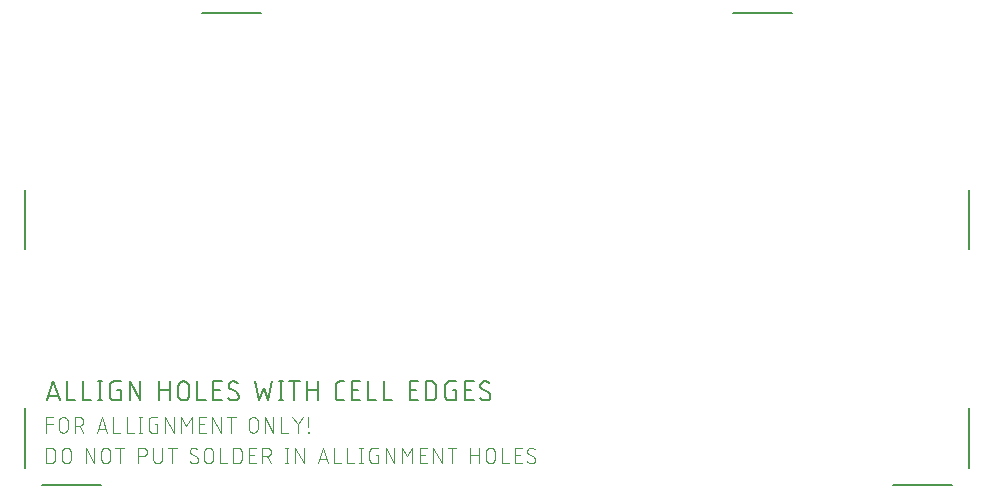
<source format=gto>
G75*
%MOIN*%
%OFA0B0*%
%FSLAX25Y25*%
%IPPOS*%
%LPD*%
%AMOC8*
5,1,8,0,0,1.08239X$1,22.5*
%
%ADD10C,0.00600*%
%ADD11C,0.00400*%
D10*
X0010906Y0028809D02*
X0030591Y0028809D01*
X0005000Y0034715D02*
X0005000Y0054400D01*
X0012387Y0057062D02*
X0014520Y0063462D01*
X0016653Y0057062D01*
X0016120Y0058662D02*
X0012920Y0058662D01*
X0019113Y0057062D02*
X0019113Y0063462D01*
X0024447Y0063462D02*
X0024447Y0057062D01*
X0027291Y0057062D01*
X0029399Y0057062D02*
X0030821Y0057062D01*
X0030110Y0057062D02*
X0030110Y0063462D01*
X0029399Y0063462D02*
X0030821Y0063462D01*
X0033461Y0062040D02*
X0033461Y0058484D01*
X0033463Y0058410D01*
X0033469Y0058335D01*
X0033479Y0058262D01*
X0033492Y0058188D01*
X0033509Y0058116D01*
X0033531Y0058045D01*
X0033555Y0057974D01*
X0033584Y0057906D01*
X0033616Y0057838D01*
X0033652Y0057773D01*
X0033690Y0057710D01*
X0033733Y0057648D01*
X0033778Y0057589D01*
X0033826Y0057532D01*
X0033877Y0057478D01*
X0033931Y0057427D01*
X0033988Y0057379D01*
X0034047Y0057334D01*
X0034109Y0057291D01*
X0034172Y0057253D01*
X0034237Y0057217D01*
X0034305Y0057185D01*
X0034373Y0057156D01*
X0034444Y0057132D01*
X0034515Y0057110D01*
X0034587Y0057093D01*
X0034661Y0057080D01*
X0034734Y0057070D01*
X0034809Y0057064D01*
X0034883Y0057062D01*
X0037016Y0057062D01*
X0037016Y0060617D01*
X0035950Y0060617D01*
X0033461Y0062040D02*
X0033463Y0062114D01*
X0033469Y0062189D01*
X0033479Y0062262D01*
X0033492Y0062336D01*
X0033509Y0062408D01*
X0033531Y0062479D01*
X0033555Y0062550D01*
X0033584Y0062618D01*
X0033616Y0062686D01*
X0033652Y0062751D01*
X0033690Y0062814D01*
X0033733Y0062876D01*
X0033778Y0062935D01*
X0033826Y0062991D01*
X0033877Y0063046D01*
X0033931Y0063097D01*
X0033988Y0063145D01*
X0034047Y0063190D01*
X0034109Y0063233D01*
X0034172Y0063271D01*
X0034237Y0063307D01*
X0034305Y0063339D01*
X0034373Y0063368D01*
X0034444Y0063392D01*
X0034515Y0063414D01*
X0034587Y0063431D01*
X0034661Y0063444D01*
X0034734Y0063454D01*
X0034809Y0063460D01*
X0034883Y0063462D01*
X0037016Y0063462D01*
X0040025Y0063462D02*
X0043581Y0057062D01*
X0043581Y0063462D01*
X0040025Y0063462D02*
X0040025Y0057062D01*
X0049871Y0057062D02*
X0049871Y0063462D01*
X0049871Y0060617D02*
X0053427Y0060617D01*
X0053427Y0063462D02*
X0053427Y0057062D01*
X0056231Y0058840D02*
X0056231Y0061684D01*
X0056230Y0061684D02*
X0056232Y0061767D01*
X0056238Y0061850D01*
X0056248Y0061933D01*
X0056261Y0062016D01*
X0056279Y0062097D01*
X0056300Y0062178D01*
X0056325Y0062257D01*
X0056354Y0062335D01*
X0056386Y0062412D01*
X0056422Y0062487D01*
X0056461Y0062561D01*
X0056504Y0062632D01*
X0056550Y0062702D01*
X0056600Y0062769D01*
X0056652Y0062834D01*
X0056707Y0062896D01*
X0056766Y0062956D01*
X0056827Y0063013D01*
X0056890Y0063067D01*
X0056956Y0063118D01*
X0057025Y0063165D01*
X0057095Y0063210D01*
X0057168Y0063251D01*
X0057242Y0063288D01*
X0057318Y0063323D01*
X0057396Y0063353D01*
X0057474Y0063380D01*
X0057555Y0063403D01*
X0057636Y0063423D01*
X0057718Y0063438D01*
X0057800Y0063450D01*
X0057883Y0063458D01*
X0057966Y0063462D01*
X0058050Y0063462D01*
X0058133Y0063458D01*
X0058216Y0063450D01*
X0058298Y0063438D01*
X0058380Y0063423D01*
X0058461Y0063403D01*
X0058542Y0063380D01*
X0058620Y0063353D01*
X0058698Y0063323D01*
X0058774Y0063288D01*
X0058848Y0063251D01*
X0058921Y0063210D01*
X0058991Y0063165D01*
X0059060Y0063118D01*
X0059126Y0063067D01*
X0059189Y0063013D01*
X0059250Y0062956D01*
X0059309Y0062896D01*
X0059364Y0062834D01*
X0059416Y0062769D01*
X0059466Y0062702D01*
X0059512Y0062632D01*
X0059555Y0062561D01*
X0059594Y0062487D01*
X0059630Y0062412D01*
X0059662Y0062335D01*
X0059691Y0062257D01*
X0059716Y0062178D01*
X0059737Y0062097D01*
X0059755Y0062016D01*
X0059768Y0061933D01*
X0059778Y0061850D01*
X0059784Y0061767D01*
X0059786Y0061684D01*
X0059786Y0058840D01*
X0059784Y0058757D01*
X0059778Y0058674D01*
X0059768Y0058591D01*
X0059755Y0058508D01*
X0059737Y0058427D01*
X0059716Y0058346D01*
X0059691Y0058267D01*
X0059662Y0058189D01*
X0059630Y0058112D01*
X0059594Y0058037D01*
X0059555Y0057963D01*
X0059512Y0057892D01*
X0059466Y0057822D01*
X0059416Y0057755D01*
X0059364Y0057690D01*
X0059309Y0057628D01*
X0059250Y0057568D01*
X0059189Y0057511D01*
X0059126Y0057457D01*
X0059060Y0057406D01*
X0058991Y0057359D01*
X0058921Y0057314D01*
X0058848Y0057273D01*
X0058774Y0057236D01*
X0058698Y0057201D01*
X0058620Y0057171D01*
X0058542Y0057144D01*
X0058461Y0057121D01*
X0058380Y0057101D01*
X0058298Y0057086D01*
X0058216Y0057074D01*
X0058133Y0057066D01*
X0058050Y0057062D01*
X0057966Y0057062D01*
X0057883Y0057066D01*
X0057800Y0057074D01*
X0057718Y0057086D01*
X0057636Y0057101D01*
X0057555Y0057121D01*
X0057474Y0057144D01*
X0057396Y0057171D01*
X0057318Y0057201D01*
X0057242Y0057236D01*
X0057168Y0057273D01*
X0057095Y0057314D01*
X0057025Y0057359D01*
X0056956Y0057406D01*
X0056890Y0057457D01*
X0056827Y0057511D01*
X0056766Y0057568D01*
X0056707Y0057628D01*
X0056652Y0057690D01*
X0056600Y0057755D01*
X0056550Y0057822D01*
X0056504Y0057892D01*
X0056461Y0057963D01*
X0056422Y0058037D01*
X0056386Y0058112D01*
X0056354Y0058189D01*
X0056325Y0058267D01*
X0056300Y0058346D01*
X0056279Y0058427D01*
X0056261Y0058508D01*
X0056248Y0058591D01*
X0056238Y0058674D01*
X0056232Y0058757D01*
X0056230Y0058840D01*
X0062602Y0057062D02*
X0062602Y0063462D01*
X0067935Y0063462D02*
X0070779Y0063462D01*
X0067935Y0063462D02*
X0067935Y0057062D01*
X0070779Y0057062D01*
X0065446Y0057062D02*
X0062602Y0057062D01*
X0067935Y0060617D02*
X0070068Y0060617D01*
X0073735Y0060795D02*
X0075691Y0059728D01*
X0074980Y0057062D02*
X0074872Y0057064D01*
X0074765Y0057070D01*
X0074657Y0057079D01*
X0074550Y0057093D01*
X0074444Y0057110D01*
X0074338Y0057131D01*
X0074233Y0057156D01*
X0074129Y0057185D01*
X0074026Y0057217D01*
X0073925Y0057253D01*
X0073825Y0057293D01*
X0073726Y0057336D01*
X0073629Y0057383D01*
X0073533Y0057433D01*
X0073440Y0057487D01*
X0073348Y0057544D01*
X0073259Y0057604D01*
X0073172Y0057667D01*
X0073087Y0057734D01*
X0073004Y0057803D01*
X0072924Y0057876D01*
X0072847Y0057951D01*
X0075691Y0059728D02*
X0075755Y0059688D01*
X0075816Y0059645D01*
X0075875Y0059599D01*
X0075932Y0059550D01*
X0075986Y0059498D01*
X0076037Y0059444D01*
X0076085Y0059386D01*
X0076131Y0059327D01*
X0076173Y0059265D01*
X0076212Y0059200D01*
X0076247Y0059134D01*
X0076279Y0059067D01*
X0076308Y0058997D01*
X0076333Y0058927D01*
X0076354Y0058855D01*
X0076371Y0058782D01*
X0076385Y0058708D01*
X0076394Y0058634D01*
X0076400Y0058559D01*
X0076402Y0058484D01*
X0076400Y0058410D01*
X0076394Y0058335D01*
X0076384Y0058262D01*
X0076371Y0058188D01*
X0076354Y0058116D01*
X0076332Y0058045D01*
X0076308Y0057974D01*
X0076279Y0057906D01*
X0076247Y0057838D01*
X0076211Y0057773D01*
X0076173Y0057710D01*
X0076130Y0057648D01*
X0076085Y0057589D01*
X0076037Y0057532D01*
X0075986Y0057478D01*
X0075932Y0057427D01*
X0075875Y0057379D01*
X0075816Y0057334D01*
X0075754Y0057291D01*
X0075691Y0057253D01*
X0075626Y0057217D01*
X0075558Y0057185D01*
X0075490Y0057156D01*
X0075419Y0057132D01*
X0075348Y0057110D01*
X0075276Y0057093D01*
X0075202Y0057080D01*
X0075129Y0057070D01*
X0075054Y0057064D01*
X0074980Y0057062D01*
X0076046Y0062929D02*
X0075964Y0062988D01*
X0075880Y0063044D01*
X0075794Y0063096D01*
X0075706Y0063146D01*
X0075616Y0063192D01*
X0075525Y0063234D01*
X0075432Y0063273D01*
X0075337Y0063309D01*
X0075241Y0063341D01*
X0075144Y0063369D01*
X0075047Y0063394D01*
X0074948Y0063414D01*
X0074848Y0063431D01*
X0074748Y0063445D01*
X0074648Y0063454D01*
X0074547Y0063460D01*
X0074446Y0063462D01*
X0074372Y0063460D01*
X0074297Y0063454D01*
X0074224Y0063444D01*
X0074150Y0063431D01*
X0074078Y0063414D01*
X0074007Y0063392D01*
X0073936Y0063368D01*
X0073868Y0063339D01*
X0073800Y0063307D01*
X0073735Y0063271D01*
X0073672Y0063233D01*
X0073610Y0063190D01*
X0073551Y0063145D01*
X0073495Y0063097D01*
X0073440Y0063046D01*
X0073389Y0062992D01*
X0073341Y0062935D01*
X0073296Y0062876D01*
X0073253Y0062814D01*
X0073215Y0062751D01*
X0073179Y0062686D01*
X0073147Y0062618D01*
X0073118Y0062550D01*
X0073094Y0062479D01*
X0073072Y0062408D01*
X0073055Y0062336D01*
X0073042Y0062262D01*
X0073032Y0062189D01*
X0073026Y0062114D01*
X0073024Y0062040D01*
X0073025Y0062040D02*
X0073027Y0061965D01*
X0073033Y0061890D01*
X0073042Y0061816D01*
X0073056Y0061742D01*
X0073073Y0061669D01*
X0073094Y0061597D01*
X0073119Y0061527D01*
X0073148Y0061457D01*
X0073180Y0061390D01*
X0073215Y0061324D01*
X0073254Y0061259D01*
X0073296Y0061197D01*
X0073342Y0061138D01*
X0073390Y0061080D01*
X0073441Y0061026D01*
X0073495Y0060974D01*
X0073552Y0060925D01*
X0073611Y0060879D01*
X0073672Y0060836D01*
X0073736Y0060796D01*
X0081831Y0063462D02*
X0083254Y0057062D01*
X0084676Y0061328D01*
X0086098Y0057062D01*
X0087520Y0063462D01*
X0089708Y0063462D02*
X0091131Y0063462D01*
X0090420Y0063462D02*
X0090420Y0057062D01*
X0091131Y0057062D02*
X0089708Y0057062D01*
X0094933Y0057062D02*
X0094933Y0063462D01*
X0096710Y0063462D02*
X0093155Y0063462D01*
X0099104Y0063462D02*
X0099104Y0057062D01*
X0102659Y0057062D02*
X0102659Y0063462D01*
X0102659Y0060617D02*
X0099104Y0060617D01*
X0108729Y0062040D02*
X0108729Y0058484D01*
X0108730Y0058484D02*
X0108732Y0058410D01*
X0108738Y0058335D01*
X0108748Y0058262D01*
X0108761Y0058188D01*
X0108778Y0058116D01*
X0108800Y0058045D01*
X0108824Y0057974D01*
X0108853Y0057906D01*
X0108885Y0057838D01*
X0108921Y0057773D01*
X0108959Y0057710D01*
X0109002Y0057648D01*
X0109047Y0057589D01*
X0109095Y0057532D01*
X0109146Y0057478D01*
X0109200Y0057427D01*
X0109257Y0057379D01*
X0109316Y0057334D01*
X0109378Y0057291D01*
X0109441Y0057253D01*
X0109506Y0057217D01*
X0109574Y0057185D01*
X0109642Y0057156D01*
X0109713Y0057132D01*
X0109784Y0057110D01*
X0109856Y0057093D01*
X0109930Y0057080D01*
X0110003Y0057070D01*
X0110078Y0057064D01*
X0110152Y0057062D01*
X0111574Y0057062D01*
X0114090Y0057062D02*
X0114090Y0063462D01*
X0116935Y0063462D01*
X0119424Y0063462D02*
X0119424Y0057062D01*
X0122268Y0057062D01*
X0124757Y0057062D02*
X0127602Y0057062D01*
X0124757Y0057062D02*
X0124757Y0063462D01*
X0133373Y0063462D02*
X0133373Y0057062D01*
X0136217Y0057062D01*
X0138695Y0057062D02*
X0140472Y0057062D01*
X0138695Y0057062D02*
X0138695Y0063462D01*
X0140472Y0063462D01*
X0140554Y0063460D01*
X0140636Y0063454D01*
X0140718Y0063445D01*
X0140799Y0063432D01*
X0140879Y0063415D01*
X0140959Y0063394D01*
X0141037Y0063370D01*
X0141114Y0063342D01*
X0141190Y0063311D01*
X0141265Y0063276D01*
X0141337Y0063237D01*
X0141408Y0063196D01*
X0141477Y0063151D01*
X0141543Y0063103D01*
X0141608Y0063052D01*
X0141670Y0062998D01*
X0141729Y0062941D01*
X0141786Y0062882D01*
X0141840Y0062820D01*
X0141891Y0062755D01*
X0141939Y0062689D01*
X0141984Y0062620D01*
X0142025Y0062549D01*
X0142064Y0062477D01*
X0142099Y0062402D01*
X0142130Y0062326D01*
X0142158Y0062249D01*
X0142182Y0062171D01*
X0142203Y0062091D01*
X0142220Y0062011D01*
X0142233Y0061930D01*
X0142242Y0061848D01*
X0142248Y0061766D01*
X0142250Y0061684D01*
X0142250Y0058840D01*
X0142248Y0058758D01*
X0142242Y0058676D01*
X0142233Y0058594D01*
X0142220Y0058513D01*
X0142203Y0058433D01*
X0142182Y0058353D01*
X0142158Y0058275D01*
X0142130Y0058198D01*
X0142099Y0058122D01*
X0142064Y0058047D01*
X0142025Y0057975D01*
X0141984Y0057904D01*
X0141939Y0057835D01*
X0141891Y0057769D01*
X0141840Y0057704D01*
X0141786Y0057642D01*
X0141729Y0057583D01*
X0141670Y0057526D01*
X0141608Y0057472D01*
X0141543Y0057421D01*
X0141477Y0057373D01*
X0141408Y0057328D01*
X0141337Y0057287D01*
X0141265Y0057248D01*
X0141190Y0057213D01*
X0141114Y0057182D01*
X0141037Y0057154D01*
X0140959Y0057130D01*
X0140879Y0057109D01*
X0140799Y0057092D01*
X0140718Y0057079D01*
X0140636Y0057070D01*
X0140554Y0057064D01*
X0140472Y0057062D01*
X0145259Y0058484D02*
X0145259Y0062040D01*
X0145261Y0062114D01*
X0145267Y0062189D01*
X0145277Y0062262D01*
X0145290Y0062336D01*
X0145307Y0062408D01*
X0145329Y0062479D01*
X0145353Y0062550D01*
X0145382Y0062618D01*
X0145414Y0062686D01*
X0145450Y0062751D01*
X0145488Y0062814D01*
X0145531Y0062876D01*
X0145576Y0062935D01*
X0145624Y0062991D01*
X0145675Y0063046D01*
X0145729Y0063097D01*
X0145786Y0063145D01*
X0145845Y0063190D01*
X0145907Y0063233D01*
X0145970Y0063271D01*
X0146035Y0063307D01*
X0146103Y0063339D01*
X0146171Y0063368D01*
X0146242Y0063392D01*
X0146313Y0063414D01*
X0146385Y0063431D01*
X0146459Y0063444D01*
X0146532Y0063454D01*
X0146607Y0063460D01*
X0146681Y0063462D01*
X0148814Y0063462D01*
X0148814Y0060617D02*
X0148814Y0057062D01*
X0146681Y0057062D01*
X0146607Y0057064D01*
X0146532Y0057070D01*
X0146459Y0057080D01*
X0146385Y0057093D01*
X0146313Y0057110D01*
X0146242Y0057132D01*
X0146171Y0057156D01*
X0146103Y0057185D01*
X0146035Y0057217D01*
X0145970Y0057253D01*
X0145907Y0057291D01*
X0145845Y0057334D01*
X0145786Y0057379D01*
X0145729Y0057427D01*
X0145675Y0057478D01*
X0145624Y0057532D01*
X0145576Y0057589D01*
X0145531Y0057648D01*
X0145488Y0057710D01*
X0145450Y0057773D01*
X0145414Y0057838D01*
X0145382Y0057906D01*
X0145353Y0057974D01*
X0145329Y0058045D01*
X0145307Y0058116D01*
X0145290Y0058188D01*
X0145277Y0058262D01*
X0145267Y0058335D01*
X0145261Y0058410D01*
X0145259Y0058484D01*
X0147748Y0060617D02*
X0148814Y0060617D01*
X0151835Y0060617D02*
X0153968Y0060617D01*
X0154679Y0063462D02*
X0151835Y0063462D01*
X0151835Y0057062D01*
X0154679Y0057062D01*
X0159591Y0059728D02*
X0159655Y0059688D01*
X0159716Y0059645D01*
X0159775Y0059599D01*
X0159832Y0059550D01*
X0159886Y0059498D01*
X0159937Y0059444D01*
X0159985Y0059386D01*
X0160031Y0059327D01*
X0160073Y0059265D01*
X0160112Y0059200D01*
X0160147Y0059134D01*
X0160179Y0059067D01*
X0160208Y0058997D01*
X0160233Y0058927D01*
X0160254Y0058855D01*
X0160271Y0058782D01*
X0160285Y0058708D01*
X0160294Y0058634D01*
X0160300Y0058559D01*
X0160302Y0058484D01*
X0160300Y0058410D01*
X0160294Y0058335D01*
X0160284Y0058262D01*
X0160271Y0058188D01*
X0160254Y0058116D01*
X0160232Y0058045D01*
X0160208Y0057974D01*
X0160179Y0057906D01*
X0160147Y0057838D01*
X0160111Y0057773D01*
X0160073Y0057710D01*
X0160030Y0057648D01*
X0159985Y0057589D01*
X0159937Y0057532D01*
X0159886Y0057478D01*
X0159832Y0057427D01*
X0159775Y0057379D01*
X0159716Y0057334D01*
X0159654Y0057291D01*
X0159591Y0057253D01*
X0159526Y0057217D01*
X0159458Y0057185D01*
X0159390Y0057156D01*
X0159319Y0057132D01*
X0159248Y0057110D01*
X0159176Y0057093D01*
X0159102Y0057080D01*
X0159029Y0057070D01*
X0158954Y0057064D01*
X0158880Y0057062D01*
X0159591Y0059728D02*
X0157635Y0060795D01*
X0158346Y0063462D02*
X0158447Y0063460D01*
X0158548Y0063454D01*
X0158648Y0063445D01*
X0158748Y0063431D01*
X0158848Y0063414D01*
X0158947Y0063394D01*
X0159044Y0063369D01*
X0159141Y0063341D01*
X0159237Y0063309D01*
X0159332Y0063273D01*
X0159425Y0063234D01*
X0159516Y0063192D01*
X0159606Y0063146D01*
X0159694Y0063096D01*
X0159780Y0063044D01*
X0159864Y0062988D01*
X0159946Y0062929D01*
X0157636Y0060796D02*
X0157572Y0060836D01*
X0157511Y0060879D01*
X0157452Y0060925D01*
X0157395Y0060974D01*
X0157341Y0061026D01*
X0157290Y0061080D01*
X0157242Y0061138D01*
X0157196Y0061197D01*
X0157154Y0061259D01*
X0157115Y0061324D01*
X0157080Y0061390D01*
X0157048Y0061457D01*
X0157019Y0061527D01*
X0156994Y0061597D01*
X0156973Y0061669D01*
X0156956Y0061742D01*
X0156942Y0061816D01*
X0156933Y0061890D01*
X0156927Y0061965D01*
X0156925Y0062040D01*
X0156924Y0062040D02*
X0156926Y0062114D01*
X0156932Y0062189D01*
X0156942Y0062262D01*
X0156955Y0062336D01*
X0156972Y0062408D01*
X0156994Y0062479D01*
X0157018Y0062550D01*
X0157047Y0062618D01*
X0157079Y0062686D01*
X0157115Y0062751D01*
X0157153Y0062814D01*
X0157196Y0062876D01*
X0157241Y0062935D01*
X0157289Y0062992D01*
X0157340Y0063046D01*
X0157395Y0063097D01*
X0157451Y0063145D01*
X0157510Y0063190D01*
X0157572Y0063233D01*
X0157635Y0063271D01*
X0157700Y0063307D01*
X0157768Y0063339D01*
X0157836Y0063368D01*
X0157907Y0063392D01*
X0157978Y0063414D01*
X0158050Y0063431D01*
X0158124Y0063444D01*
X0158197Y0063454D01*
X0158272Y0063460D01*
X0158346Y0063462D01*
X0156747Y0057951D02*
X0156824Y0057876D01*
X0156904Y0057803D01*
X0156987Y0057734D01*
X0157072Y0057667D01*
X0157159Y0057604D01*
X0157248Y0057544D01*
X0157340Y0057487D01*
X0157433Y0057433D01*
X0157529Y0057383D01*
X0157626Y0057336D01*
X0157725Y0057293D01*
X0157825Y0057253D01*
X0157926Y0057217D01*
X0158029Y0057185D01*
X0158133Y0057156D01*
X0158238Y0057131D01*
X0158344Y0057110D01*
X0158450Y0057093D01*
X0158557Y0057079D01*
X0158665Y0057070D01*
X0158772Y0057064D01*
X0158880Y0057062D01*
X0136217Y0063462D02*
X0133373Y0063462D01*
X0133373Y0060617D02*
X0135506Y0060617D01*
X0116935Y0057062D02*
X0114090Y0057062D01*
X0114090Y0060617D02*
X0116224Y0060617D01*
X0111574Y0063462D02*
X0110152Y0063462D01*
X0110078Y0063460D01*
X0110003Y0063454D01*
X0109930Y0063444D01*
X0109856Y0063431D01*
X0109784Y0063414D01*
X0109713Y0063392D01*
X0109642Y0063368D01*
X0109574Y0063339D01*
X0109506Y0063307D01*
X0109441Y0063271D01*
X0109378Y0063233D01*
X0109316Y0063190D01*
X0109257Y0063145D01*
X0109200Y0063097D01*
X0109146Y0063046D01*
X0109095Y0062991D01*
X0109047Y0062935D01*
X0109002Y0062876D01*
X0108959Y0062814D01*
X0108921Y0062751D01*
X0108885Y0062686D01*
X0108853Y0062618D01*
X0108824Y0062550D01*
X0108800Y0062479D01*
X0108778Y0062408D01*
X0108761Y0062336D01*
X0108748Y0062262D01*
X0108738Y0062189D01*
X0108732Y0062114D01*
X0108730Y0062040D01*
X0021958Y0057062D02*
X0019113Y0057062D01*
X0005000Y0107549D02*
X0005000Y0127234D01*
X0064055Y0186289D02*
X0083740Y0186289D01*
X0241220Y0186289D02*
X0260906Y0186289D01*
X0319961Y0127234D02*
X0319961Y0107549D01*
X0319961Y0054400D02*
X0319961Y0034715D01*
X0314055Y0028809D02*
X0294370Y0028809D01*
D11*
X0174701Y0038262D02*
X0173113Y0039129D01*
X0173690Y0041296D02*
X0173777Y0041294D01*
X0173864Y0041289D01*
X0173951Y0041280D01*
X0174037Y0041268D01*
X0174123Y0041252D01*
X0174208Y0041233D01*
X0174292Y0041211D01*
X0174375Y0041185D01*
X0174457Y0041156D01*
X0174538Y0041123D01*
X0174618Y0041087D01*
X0174696Y0041048D01*
X0174772Y0041006D01*
X0174847Y0040961D01*
X0174919Y0040913D01*
X0174990Y0040863D01*
X0173112Y0039129D02*
X0173055Y0039165D01*
X0172999Y0039204D01*
X0172947Y0039246D01*
X0172896Y0039292D01*
X0172849Y0039340D01*
X0172804Y0039391D01*
X0172763Y0039444D01*
X0172724Y0039500D01*
X0172689Y0039558D01*
X0172657Y0039617D01*
X0172628Y0039679D01*
X0172604Y0039742D01*
X0172582Y0039806D01*
X0172565Y0039872D01*
X0172552Y0039938D01*
X0172542Y0040005D01*
X0172536Y0040072D01*
X0172534Y0040140D01*
X0172536Y0040207D01*
X0172542Y0040274D01*
X0172552Y0040341D01*
X0172565Y0040407D01*
X0172583Y0040472D01*
X0172604Y0040535D01*
X0172629Y0040598D01*
X0172657Y0040659D01*
X0172689Y0040718D01*
X0172724Y0040775D01*
X0172763Y0040830D01*
X0172804Y0040883D01*
X0172849Y0040933D01*
X0172897Y0040981D01*
X0172947Y0041026D01*
X0173000Y0041067D01*
X0173055Y0041106D01*
X0173112Y0041141D01*
X0173171Y0041173D01*
X0173232Y0041201D01*
X0173295Y0041226D01*
X0173358Y0041247D01*
X0173423Y0041265D01*
X0173489Y0041278D01*
X0173556Y0041288D01*
X0173623Y0041294D01*
X0173690Y0041296D01*
X0170679Y0041296D02*
X0168368Y0041296D01*
X0168368Y0036096D01*
X0170679Y0036096D01*
X0174702Y0038262D02*
X0174759Y0038226D01*
X0174815Y0038187D01*
X0174867Y0038145D01*
X0174918Y0038099D01*
X0174965Y0038051D01*
X0175010Y0038000D01*
X0175051Y0037947D01*
X0175090Y0037891D01*
X0175125Y0037833D01*
X0175157Y0037774D01*
X0175186Y0037712D01*
X0175210Y0037649D01*
X0175232Y0037585D01*
X0175249Y0037519D01*
X0175262Y0037453D01*
X0175272Y0037386D01*
X0175278Y0037319D01*
X0175280Y0037251D01*
X0175278Y0037184D01*
X0175272Y0037117D01*
X0175262Y0037050D01*
X0175249Y0036984D01*
X0175231Y0036919D01*
X0175210Y0036856D01*
X0175185Y0036793D01*
X0175157Y0036732D01*
X0175125Y0036673D01*
X0175090Y0036616D01*
X0175051Y0036561D01*
X0175010Y0036508D01*
X0174965Y0036458D01*
X0174917Y0036410D01*
X0174867Y0036365D01*
X0174814Y0036324D01*
X0174759Y0036285D01*
X0174702Y0036250D01*
X0174643Y0036218D01*
X0174582Y0036190D01*
X0174519Y0036165D01*
X0174456Y0036144D01*
X0174391Y0036126D01*
X0174325Y0036113D01*
X0174258Y0036103D01*
X0174191Y0036097D01*
X0174124Y0036095D01*
X0174124Y0036096D02*
X0174028Y0036098D01*
X0173931Y0036104D01*
X0173836Y0036113D01*
X0173740Y0036126D01*
X0173645Y0036143D01*
X0173551Y0036164D01*
X0173458Y0036189D01*
X0173366Y0036217D01*
X0173275Y0036248D01*
X0173185Y0036284D01*
X0173097Y0036323D01*
X0173010Y0036365D01*
X0172925Y0036410D01*
X0172842Y0036459D01*
X0172761Y0036512D01*
X0172683Y0036567D01*
X0172606Y0036625D01*
X0172532Y0036687D01*
X0172460Y0036751D01*
X0172391Y0036818D01*
X0170101Y0038985D02*
X0168368Y0038985D01*
X0164000Y0041296D02*
X0164000Y0036096D01*
X0166311Y0036096D01*
X0161671Y0037540D02*
X0161671Y0039851D01*
X0161669Y0039927D01*
X0161663Y0040002D01*
X0161653Y0040077D01*
X0161639Y0040151D01*
X0161622Y0040225D01*
X0161600Y0040297D01*
X0161575Y0040368D01*
X0161546Y0040438D01*
X0161514Y0040507D01*
X0161478Y0040573D01*
X0161438Y0040637D01*
X0161395Y0040700D01*
X0161349Y0040760D01*
X0161300Y0040817D01*
X0161248Y0040872D01*
X0161193Y0040924D01*
X0161136Y0040973D01*
X0161076Y0041019D01*
X0161013Y0041062D01*
X0160949Y0041102D01*
X0160883Y0041138D01*
X0160814Y0041170D01*
X0160744Y0041199D01*
X0160673Y0041224D01*
X0160601Y0041246D01*
X0160527Y0041263D01*
X0160453Y0041277D01*
X0160378Y0041287D01*
X0160303Y0041293D01*
X0160227Y0041295D01*
X0160151Y0041293D01*
X0160076Y0041287D01*
X0160001Y0041277D01*
X0159927Y0041263D01*
X0159853Y0041246D01*
X0159781Y0041224D01*
X0159710Y0041199D01*
X0159640Y0041170D01*
X0159571Y0041138D01*
X0159505Y0041102D01*
X0159441Y0041062D01*
X0159378Y0041019D01*
X0159318Y0040973D01*
X0159261Y0040924D01*
X0159206Y0040872D01*
X0159154Y0040817D01*
X0159105Y0040760D01*
X0159059Y0040700D01*
X0159016Y0040637D01*
X0158976Y0040573D01*
X0158940Y0040507D01*
X0158908Y0040438D01*
X0158879Y0040368D01*
X0158854Y0040297D01*
X0158832Y0040225D01*
X0158815Y0040151D01*
X0158801Y0040077D01*
X0158791Y0040002D01*
X0158785Y0039927D01*
X0158783Y0039851D01*
X0158782Y0039851D02*
X0158782Y0037540D01*
X0158783Y0037540D02*
X0158785Y0037464D01*
X0158791Y0037389D01*
X0158801Y0037314D01*
X0158815Y0037240D01*
X0158832Y0037166D01*
X0158854Y0037094D01*
X0158879Y0037023D01*
X0158908Y0036953D01*
X0158940Y0036884D01*
X0158976Y0036818D01*
X0159016Y0036754D01*
X0159059Y0036691D01*
X0159105Y0036631D01*
X0159154Y0036574D01*
X0159206Y0036519D01*
X0159261Y0036467D01*
X0159318Y0036418D01*
X0159378Y0036372D01*
X0159441Y0036329D01*
X0159505Y0036289D01*
X0159571Y0036253D01*
X0159640Y0036221D01*
X0159710Y0036192D01*
X0159781Y0036167D01*
X0159853Y0036145D01*
X0159927Y0036128D01*
X0160001Y0036114D01*
X0160076Y0036104D01*
X0160151Y0036098D01*
X0160227Y0036096D01*
X0160303Y0036098D01*
X0160378Y0036104D01*
X0160453Y0036114D01*
X0160527Y0036128D01*
X0160601Y0036145D01*
X0160673Y0036167D01*
X0160744Y0036192D01*
X0160814Y0036221D01*
X0160883Y0036253D01*
X0160949Y0036289D01*
X0161013Y0036329D01*
X0161076Y0036372D01*
X0161136Y0036418D01*
X0161193Y0036467D01*
X0161248Y0036519D01*
X0161300Y0036574D01*
X0161349Y0036631D01*
X0161395Y0036691D01*
X0161438Y0036754D01*
X0161478Y0036818D01*
X0161514Y0036884D01*
X0161546Y0036953D01*
X0161575Y0037023D01*
X0161600Y0037094D01*
X0161622Y0037166D01*
X0161639Y0037240D01*
X0161653Y0037314D01*
X0161663Y0037389D01*
X0161669Y0037464D01*
X0161671Y0037540D01*
X0156463Y0036096D02*
X0156463Y0041296D01*
X0156463Y0038985D02*
X0153574Y0038985D01*
X0153574Y0041296D02*
X0153574Y0036096D01*
X0147459Y0036096D02*
X0147459Y0041296D01*
X0148903Y0041296D02*
X0146014Y0041296D01*
X0144031Y0041296D02*
X0144031Y0036096D01*
X0141142Y0041296D01*
X0141142Y0036096D01*
X0139095Y0036096D02*
X0136784Y0036096D01*
X0136784Y0041296D01*
X0139095Y0041296D01*
X0138517Y0038985D02*
X0136784Y0038985D01*
X0134240Y0041296D02*
X0134240Y0036096D01*
X0132507Y0038407D02*
X0134240Y0041296D01*
X0132507Y0038407D02*
X0130773Y0041296D01*
X0130773Y0036096D01*
X0128239Y0036096D02*
X0128239Y0041296D01*
X0125350Y0041296D02*
X0128239Y0036096D01*
X0125350Y0036096D02*
X0125350Y0041296D01*
X0122863Y0041296D02*
X0121130Y0041296D01*
X0121063Y0041294D01*
X0120996Y0041288D01*
X0120929Y0041278D01*
X0120863Y0041265D01*
X0120798Y0041247D01*
X0120735Y0041226D01*
X0120672Y0041201D01*
X0120611Y0041173D01*
X0120552Y0041141D01*
X0120495Y0041106D01*
X0120440Y0041067D01*
X0120387Y0041026D01*
X0120337Y0040981D01*
X0120289Y0040933D01*
X0120244Y0040883D01*
X0120203Y0040830D01*
X0120164Y0040775D01*
X0120129Y0040718D01*
X0120097Y0040659D01*
X0120069Y0040598D01*
X0120044Y0040535D01*
X0120023Y0040472D01*
X0120005Y0040407D01*
X0119992Y0040341D01*
X0119982Y0040274D01*
X0119976Y0040207D01*
X0119974Y0040140D01*
X0119974Y0037251D01*
X0119976Y0037184D01*
X0119982Y0037117D01*
X0119992Y0037050D01*
X0120005Y0036984D01*
X0120023Y0036919D01*
X0120044Y0036856D01*
X0120069Y0036793D01*
X0120097Y0036732D01*
X0120129Y0036673D01*
X0120164Y0036616D01*
X0120203Y0036561D01*
X0120244Y0036508D01*
X0120289Y0036458D01*
X0120337Y0036410D01*
X0120387Y0036365D01*
X0120440Y0036324D01*
X0120495Y0036285D01*
X0120552Y0036250D01*
X0120611Y0036218D01*
X0120672Y0036190D01*
X0120735Y0036165D01*
X0120798Y0036144D01*
X0120863Y0036126D01*
X0120929Y0036113D01*
X0120996Y0036103D01*
X0121063Y0036097D01*
X0121130Y0036095D01*
X0121130Y0036096D02*
X0122863Y0036096D01*
X0122863Y0038985D01*
X0121997Y0038985D01*
X0117797Y0041296D02*
X0116641Y0041296D01*
X0117219Y0041296D02*
X0117219Y0036096D01*
X0116641Y0036096D02*
X0117797Y0036096D01*
X0114903Y0036096D02*
X0112592Y0036096D01*
X0112592Y0041296D01*
X0108224Y0041296D02*
X0108224Y0036096D01*
X0110535Y0036096D01*
X0106184Y0036096D02*
X0104451Y0041296D01*
X0102718Y0036096D01*
X0103151Y0037396D02*
X0105751Y0037396D01*
X0097999Y0036096D02*
X0097999Y0041296D01*
X0095110Y0041296D02*
X0097999Y0036096D01*
X0095110Y0036096D02*
X0095110Y0041296D01*
X0092933Y0041296D02*
X0091777Y0041296D01*
X0092355Y0041296D02*
X0092355Y0036096D01*
X0091777Y0036096D02*
X0092933Y0036096D01*
X0087110Y0036096D02*
X0085955Y0038407D01*
X0085666Y0038407D02*
X0084221Y0038407D01*
X0085666Y0038407D02*
X0085742Y0038409D01*
X0085817Y0038415D01*
X0085892Y0038425D01*
X0085966Y0038439D01*
X0086040Y0038456D01*
X0086112Y0038478D01*
X0086183Y0038503D01*
X0086253Y0038532D01*
X0086322Y0038564D01*
X0086388Y0038600D01*
X0086452Y0038640D01*
X0086515Y0038683D01*
X0086575Y0038729D01*
X0086632Y0038778D01*
X0086687Y0038830D01*
X0086739Y0038885D01*
X0086788Y0038942D01*
X0086834Y0039002D01*
X0086877Y0039065D01*
X0086917Y0039129D01*
X0086953Y0039195D01*
X0086985Y0039264D01*
X0087014Y0039334D01*
X0087039Y0039405D01*
X0087061Y0039477D01*
X0087078Y0039551D01*
X0087092Y0039625D01*
X0087102Y0039700D01*
X0087108Y0039775D01*
X0087110Y0039851D01*
X0087108Y0039927D01*
X0087102Y0040002D01*
X0087092Y0040077D01*
X0087078Y0040151D01*
X0087061Y0040225D01*
X0087039Y0040297D01*
X0087014Y0040368D01*
X0086985Y0040438D01*
X0086953Y0040507D01*
X0086917Y0040573D01*
X0086877Y0040637D01*
X0086834Y0040700D01*
X0086788Y0040760D01*
X0086739Y0040817D01*
X0086687Y0040872D01*
X0086632Y0040924D01*
X0086575Y0040973D01*
X0086515Y0041019D01*
X0086452Y0041062D01*
X0086388Y0041102D01*
X0086322Y0041138D01*
X0086253Y0041170D01*
X0086183Y0041199D01*
X0086112Y0041224D01*
X0086040Y0041246D01*
X0085966Y0041263D01*
X0085892Y0041277D01*
X0085817Y0041287D01*
X0085742Y0041293D01*
X0085666Y0041295D01*
X0085666Y0041296D02*
X0084221Y0041296D01*
X0084221Y0036096D01*
X0082143Y0036096D02*
X0079832Y0036096D01*
X0079832Y0041296D01*
X0082143Y0041296D01*
X0081565Y0038985D02*
X0079832Y0038985D01*
X0077335Y0039851D02*
X0077335Y0037540D01*
X0077333Y0037464D01*
X0077327Y0037389D01*
X0077317Y0037314D01*
X0077303Y0037240D01*
X0077286Y0037166D01*
X0077264Y0037094D01*
X0077239Y0037023D01*
X0077210Y0036953D01*
X0077178Y0036884D01*
X0077142Y0036818D01*
X0077102Y0036754D01*
X0077059Y0036691D01*
X0077013Y0036631D01*
X0076964Y0036574D01*
X0076912Y0036519D01*
X0076857Y0036467D01*
X0076800Y0036418D01*
X0076740Y0036372D01*
X0076677Y0036329D01*
X0076613Y0036289D01*
X0076547Y0036253D01*
X0076478Y0036221D01*
X0076408Y0036192D01*
X0076337Y0036167D01*
X0076265Y0036145D01*
X0076191Y0036128D01*
X0076117Y0036114D01*
X0076042Y0036104D01*
X0075967Y0036098D01*
X0075891Y0036096D01*
X0074446Y0036096D01*
X0074446Y0041296D01*
X0075891Y0041296D01*
X0075891Y0041295D02*
X0075967Y0041293D01*
X0076042Y0041287D01*
X0076117Y0041277D01*
X0076191Y0041263D01*
X0076265Y0041246D01*
X0076337Y0041224D01*
X0076408Y0041199D01*
X0076478Y0041170D01*
X0076547Y0041138D01*
X0076613Y0041102D01*
X0076677Y0041062D01*
X0076740Y0041019D01*
X0076800Y0040973D01*
X0076857Y0040924D01*
X0076912Y0040872D01*
X0076964Y0040817D01*
X0077013Y0040760D01*
X0077059Y0040700D01*
X0077102Y0040637D01*
X0077142Y0040573D01*
X0077178Y0040507D01*
X0077210Y0040438D01*
X0077239Y0040368D01*
X0077264Y0040297D01*
X0077286Y0040225D01*
X0077303Y0040151D01*
X0077317Y0040077D01*
X0077327Y0040002D01*
X0077333Y0039927D01*
X0077335Y0039851D01*
X0072399Y0036096D02*
X0070088Y0036096D01*
X0070088Y0041296D01*
X0067759Y0039851D02*
X0067759Y0037540D01*
X0067757Y0037464D01*
X0067751Y0037389D01*
X0067741Y0037314D01*
X0067727Y0037240D01*
X0067710Y0037166D01*
X0067688Y0037094D01*
X0067663Y0037023D01*
X0067634Y0036953D01*
X0067602Y0036884D01*
X0067566Y0036818D01*
X0067526Y0036754D01*
X0067483Y0036691D01*
X0067437Y0036631D01*
X0067388Y0036574D01*
X0067336Y0036519D01*
X0067281Y0036467D01*
X0067224Y0036418D01*
X0067164Y0036372D01*
X0067101Y0036329D01*
X0067037Y0036289D01*
X0066971Y0036253D01*
X0066902Y0036221D01*
X0066832Y0036192D01*
X0066761Y0036167D01*
X0066689Y0036145D01*
X0066615Y0036128D01*
X0066541Y0036114D01*
X0066466Y0036104D01*
X0066391Y0036098D01*
X0066315Y0036096D01*
X0066239Y0036098D01*
X0066164Y0036104D01*
X0066089Y0036114D01*
X0066015Y0036128D01*
X0065941Y0036145D01*
X0065869Y0036167D01*
X0065798Y0036192D01*
X0065728Y0036221D01*
X0065659Y0036253D01*
X0065593Y0036289D01*
X0065529Y0036329D01*
X0065466Y0036372D01*
X0065406Y0036418D01*
X0065349Y0036467D01*
X0065294Y0036519D01*
X0065242Y0036574D01*
X0065193Y0036631D01*
X0065147Y0036691D01*
X0065104Y0036754D01*
X0065064Y0036818D01*
X0065028Y0036884D01*
X0064996Y0036953D01*
X0064967Y0037023D01*
X0064942Y0037094D01*
X0064920Y0037166D01*
X0064903Y0037240D01*
X0064889Y0037314D01*
X0064879Y0037389D01*
X0064873Y0037464D01*
X0064871Y0037540D01*
X0064870Y0037540D02*
X0064870Y0039851D01*
X0064871Y0039851D02*
X0064873Y0039927D01*
X0064879Y0040002D01*
X0064889Y0040077D01*
X0064903Y0040151D01*
X0064920Y0040225D01*
X0064942Y0040297D01*
X0064967Y0040368D01*
X0064996Y0040438D01*
X0065028Y0040507D01*
X0065064Y0040573D01*
X0065104Y0040637D01*
X0065147Y0040700D01*
X0065193Y0040760D01*
X0065242Y0040817D01*
X0065294Y0040872D01*
X0065349Y0040924D01*
X0065406Y0040973D01*
X0065466Y0041019D01*
X0065529Y0041062D01*
X0065593Y0041102D01*
X0065659Y0041138D01*
X0065728Y0041170D01*
X0065798Y0041199D01*
X0065869Y0041224D01*
X0065941Y0041246D01*
X0066015Y0041263D01*
X0066089Y0041277D01*
X0066164Y0041287D01*
X0066239Y0041293D01*
X0066315Y0041295D01*
X0066391Y0041293D01*
X0066466Y0041287D01*
X0066541Y0041277D01*
X0066615Y0041263D01*
X0066689Y0041246D01*
X0066761Y0041224D01*
X0066832Y0041199D01*
X0066902Y0041170D01*
X0066971Y0041138D01*
X0067037Y0041102D01*
X0067101Y0041062D01*
X0067164Y0041019D01*
X0067224Y0040973D01*
X0067281Y0040924D01*
X0067336Y0040872D01*
X0067388Y0040817D01*
X0067437Y0040760D01*
X0067483Y0040700D01*
X0067526Y0040637D01*
X0067566Y0040573D01*
X0067602Y0040507D01*
X0067634Y0040438D01*
X0067663Y0040368D01*
X0067688Y0040297D01*
X0067710Y0040225D01*
X0067727Y0040151D01*
X0067741Y0040077D01*
X0067751Y0040002D01*
X0067757Y0039927D01*
X0067759Y0039851D01*
X0062310Y0038262D02*
X0060721Y0039129D01*
X0061299Y0041296D02*
X0061386Y0041294D01*
X0061473Y0041289D01*
X0061560Y0041280D01*
X0061646Y0041268D01*
X0061732Y0041252D01*
X0061817Y0041233D01*
X0061901Y0041211D01*
X0061984Y0041185D01*
X0062066Y0041156D01*
X0062147Y0041123D01*
X0062227Y0041087D01*
X0062305Y0041048D01*
X0062381Y0041006D01*
X0062456Y0040961D01*
X0062528Y0040913D01*
X0062599Y0040863D01*
X0060721Y0039129D02*
X0060664Y0039165D01*
X0060608Y0039204D01*
X0060556Y0039246D01*
X0060505Y0039292D01*
X0060458Y0039340D01*
X0060413Y0039391D01*
X0060372Y0039444D01*
X0060333Y0039500D01*
X0060298Y0039558D01*
X0060266Y0039617D01*
X0060237Y0039679D01*
X0060213Y0039742D01*
X0060191Y0039806D01*
X0060174Y0039872D01*
X0060161Y0039938D01*
X0060151Y0040005D01*
X0060145Y0040072D01*
X0060143Y0040140D01*
X0060145Y0040207D01*
X0060151Y0040274D01*
X0060161Y0040341D01*
X0060174Y0040407D01*
X0060192Y0040472D01*
X0060213Y0040535D01*
X0060238Y0040598D01*
X0060266Y0040659D01*
X0060298Y0040718D01*
X0060333Y0040775D01*
X0060372Y0040830D01*
X0060413Y0040883D01*
X0060458Y0040933D01*
X0060506Y0040981D01*
X0060556Y0041026D01*
X0060609Y0041067D01*
X0060664Y0041106D01*
X0060721Y0041141D01*
X0060780Y0041173D01*
X0060841Y0041201D01*
X0060904Y0041226D01*
X0060967Y0041247D01*
X0061032Y0041265D01*
X0061098Y0041278D01*
X0061165Y0041288D01*
X0061232Y0041294D01*
X0061299Y0041296D01*
X0055663Y0041296D02*
X0052775Y0041296D01*
X0054219Y0041296D02*
X0054219Y0036096D01*
X0050791Y0037540D02*
X0050791Y0041296D01*
X0047903Y0041296D02*
X0047903Y0037540D01*
X0047905Y0037464D01*
X0047911Y0037389D01*
X0047921Y0037314D01*
X0047935Y0037240D01*
X0047952Y0037166D01*
X0047974Y0037094D01*
X0047999Y0037023D01*
X0048028Y0036953D01*
X0048060Y0036884D01*
X0048096Y0036818D01*
X0048136Y0036754D01*
X0048179Y0036691D01*
X0048225Y0036631D01*
X0048274Y0036574D01*
X0048326Y0036519D01*
X0048381Y0036467D01*
X0048438Y0036418D01*
X0048498Y0036372D01*
X0048561Y0036329D01*
X0048625Y0036289D01*
X0048691Y0036253D01*
X0048760Y0036221D01*
X0048830Y0036192D01*
X0048901Y0036167D01*
X0048973Y0036145D01*
X0049047Y0036128D01*
X0049121Y0036114D01*
X0049196Y0036104D01*
X0049271Y0036098D01*
X0049347Y0036096D01*
X0049423Y0036098D01*
X0049498Y0036104D01*
X0049573Y0036114D01*
X0049647Y0036128D01*
X0049721Y0036145D01*
X0049793Y0036167D01*
X0049864Y0036192D01*
X0049934Y0036221D01*
X0050003Y0036253D01*
X0050069Y0036289D01*
X0050133Y0036329D01*
X0050196Y0036372D01*
X0050256Y0036418D01*
X0050313Y0036467D01*
X0050368Y0036519D01*
X0050420Y0036574D01*
X0050469Y0036631D01*
X0050515Y0036691D01*
X0050558Y0036754D01*
X0050598Y0036818D01*
X0050634Y0036884D01*
X0050666Y0036953D01*
X0050695Y0037023D01*
X0050720Y0037094D01*
X0050742Y0037166D01*
X0050759Y0037240D01*
X0050773Y0037314D01*
X0050783Y0037389D01*
X0050789Y0037464D01*
X0050791Y0037540D01*
X0044378Y0038407D02*
X0042933Y0038407D01*
X0044378Y0038407D02*
X0044454Y0038409D01*
X0044529Y0038415D01*
X0044604Y0038425D01*
X0044678Y0038439D01*
X0044752Y0038456D01*
X0044824Y0038478D01*
X0044895Y0038503D01*
X0044965Y0038532D01*
X0045034Y0038564D01*
X0045100Y0038600D01*
X0045164Y0038640D01*
X0045227Y0038683D01*
X0045287Y0038729D01*
X0045344Y0038778D01*
X0045399Y0038830D01*
X0045451Y0038885D01*
X0045500Y0038942D01*
X0045546Y0039002D01*
X0045589Y0039065D01*
X0045629Y0039129D01*
X0045665Y0039195D01*
X0045697Y0039264D01*
X0045726Y0039334D01*
X0045751Y0039405D01*
X0045773Y0039477D01*
X0045790Y0039551D01*
X0045804Y0039625D01*
X0045814Y0039700D01*
X0045820Y0039775D01*
X0045822Y0039851D01*
X0045820Y0039927D01*
X0045814Y0040002D01*
X0045804Y0040077D01*
X0045790Y0040151D01*
X0045773Y0040225D01*
X0045751Y0040297D01*
X0045726Y0040368D01*
X0045697Y0040438D01*
X0045665Y0040507D01*
X0045629Y0040573D01*
X0045589Y0040637D01*
X0045546Y0040700D01*
X0045500Y0040760D01*
X0045451Y0040817D01*
X0045399Y0040872D01*
X0045344Y0040924D01*
X0045287Y0040973D01*
X0045227Y0041019D01*
X0045164Y0041062D01*
X0045100Y0041102D01*
X0045034Y0041138D01*
X0044965Y0041170D01*
X0044895Y0041199D01*
X0044824Y0041224D01*
X0044752Y0041246D01*
X0044678Y0041263D01*
X0044604Y0041277D01*
X0044529Y0041287D01*
X0044454Y0041293D01*
X0044378Y0041295D01*
X0044378Y0041296D02*
X0042933Y0041296D01*
X0042933Y0036096D01*
X0036747Y0036096D02*
X0036747Y0041296D01*
X0035303Y0041296D02*
X0038191Y0041296D01*
X0033487Y0039851D02*
X0033487Y0037540D01*
X0033485Y0037464D01*
X0033479Y0037389D01*
X0033469Y0037314D01*
X0033455Y0037240D01*
X0033438Y0037166D01*
X0033416Y0037094D01*
X0033391Y0037023D01*
X0033362Y0036953D01*
X0033330Y0036884D01*
X0033294Y0036818D01*
X0033254Y0036754D01*
X0033211Y0036691D01*
X0033165Y0036631D01*
X0033116Y0036574D01*
X0033064Y0036519D01*
X0033009Y0036467D01*
X0032952Y0036418D01*
X0032892Y0036372D01*
X0032829Y0036329D01*
X0032765Y0036289D01*
X0032699Y0036253D01*
X0032630Y0036221D01*
X0032560Y0036192D01*
X0032489Y0036167D01*
X0032417Y0036145D01*
X0032343Y0036128D01*
X0032269Y0036114D01*
X0032194Y0036104D01*
X0032119Y0036098D01*
X0032043Y0036096D01*
X0031967Y0036098D01*
X0031892Y0036104D01*
X0031817Y0036114D01*
X0031743Y0036128D01*
X0031669Y0036145D01*
X0031597Y0036167D01*
X0031526Y0036192D01*
X0031456Y0036221D01*
X0031387Y0036253D01*
X0031321Y0036289D01*
X0031257Y0036329D01*
X0031194Y0036372D01*
X0031134Y0036418D01*
X0031077Y0036467D01*
X0031022Y0036519D01*
X0030970Y0036574D01*
X0030921Y0036631D01*
X0030875Y0036691D01*
X0030832Y0036754D01*
X0030792Y0036818D01*
X0030756Y0036884D01*
X0030724Y0036953D01*
X0030695Y0037023D01*
X0030670Y0037094D01*
X0030648Y0037166D01*
X0030631Y0037240D01*
X0030617Y0037314D01*
X0030607Y0037389D01*
X0030601Y0037464D01*
X0030599Y0037540D01*
X0030599Y0039851D01*
X0030601Y0039927D01*
X0030607Y0040002D01*
X0030617Y0040077D01*
X0030631Y0040151D01*
X0030648Y0040225D01*
X0030670Y0040297D01*
X0030695Y0040368D01*
X0030724Y0040438D01*
X0030756Y0040507D01*
X0030792Y0040573D01*
X0030832Y0040637D01*
X0030875Y0040700D01*
X0030921Y0040760D01*
X0030970Y0040817D01*
X0031022Y0040872D01*
X0031077Y0040924D01*
X0031134Y0040973D01*
X0031194Y0041019D01*
X0031257Y0041062D01*
X0031321Y0041102D01*
X0031387Y0041138D01*
X0031456Y0041170D01*
X0031526Y0041199D01*
X0031597Y0041224D01*
X0031669Y0041246D01*
X0031743Y0041263D01*
X0031817Y0041277D01*
X0031892Y0041287D01*
X0031967Y0041293D01*
X0032043Y0041295D01*
X0032119Y0041293D01*
X0032194Y0041287D01*
X0032269Y0041277D01*
X0032343Y0041263D01*
X0032417Y0041246D01*
X0032489Y0041224D01*
X0032560Y0041199D01*
X0032630Y0041170D01*
X0032699Y0041138D01*
X0032765Y0041102D01*
X0032829Y0041062D01*
X0032892Y0041019D01*
X0032952Y0040973D01*
X0033009Y0040924D01*
X0033064Y0040872D01*
X0033116Y0040817D01*
X0033165Y0040760D01*
X0033211Y0040700D01*
X0033254Y0040637D01*
X0033294Y0040573D01*
X0033330Y0040507D01*
X0033362Y0040438D01*
X0033391Y0040368D01*
X0033416Y0040297D01*
X0033438Y0040225D01*
X0033455Y0040151D01*
X0033469Y0040077D01*
X0033479Y0040002D01*
X0033485Y0039927D01*
X0033487Y0039851D01*
X0028279Y0041296D02*
X0028279Y0036096D01*
X0025391Y0041296D01*
X0025391Y0036096D01*
X0020383Y0037540D02*
X0020383Y0039851D01*
X0020381Y0039927D01*
X0020375Y0040002D01*
X0020365Y0040077D01*
X0020351Y0040151D01*
X0020334Y0040225D01*
X0020312Y0040297D01*
X0020287Y0040368D01*
X0020258Y0040438D01*
X0020226Y0040507D01*
X0020190Y0040573D01*
X0020150Y0040637D01*
X0020107Y0040700D01*
X0020061Y0040760D01*
X0020012Y0040817D01*
X0019960Y0040872D01*
X0019905Y0040924D01*
X0019848Y0040973D01*
X0019788Y0041019D01*
X0019725Y0041062D01*
X0019661Y0041102D01*
X0019595Y0041138D01*
X0019526Y0041170D01*
X0019456Y0041199D01*
X0019385Y0041224D01*
X0019313Y0041246D01*
X0019239Y0041263D01*
X0019165Y0041277D01*
X0019090Y0041287D01*
X0019015Y0041293D01*
X0018939Y0041295D01*
X0018863Y0041293D01*
X0018788Y0041287D01*
X0018713Y0041277D01*
X0018639Y0041263D01*
X0018565Y0041246D01*
X0018493Y0041224D01*
X0018422Y0041199D01*
X0018352Y0041170D01*
X0018283Y0041138D01*
X0018217Y0041102D01*
X0018153Y0041062D01*
X0018090Y0041019D01*
X0018030Y0040973D01*
X0017973Y0040924D01*
X0017918Y0040872D01*
X0017866Y0040817D01*
X0017817Y0040760D01*
X0017771Y0040700D01*
X0017728Y0040637D01*
X0017688Y0040573D01*
X0017652Y0040507D01*
X0017620Y0040438D01*
X0017591Y0040368D01*
X0017566Y0040297D01*
X0017544Y0040225D01*
X0017527Y0040151D01*
X0017513Y0040077D01*
X0017503Y0040002D01*
X0017497Y0039927D01*
X0017495Y0039851D01*
X0017495Y0037540D01*
X0017497Y0037464D01*
X0017503Y0037389D01*
X0017513Y0037314D01*
X0017527Y0037240D01*
X0017544Y0037166D01*
X0017566Y0037094D01*
X0017591Y0037023D01*
X0017620Y0036953D01*
X0017652Y0036884D01*
X0017688Y0036818D01*
X0017728Y0036754D01*
X0017771Y0036691D01*
X0017817Y0036631D01*
X0017866Y0036574D01*
X0017918Y0036519D01*
X0017973Y0036467D01*
X0018030Y0036418D01*
X0018090Y0036372D01*
X0018153Y0036329D01*
X0018217Y0036289D01*
X0018283Y0036253D01*
X0018352Y0036221D01*
X0018422Y0036192D01*
X0018493Y0036167D01*
X0018565Y0036145D01*
X0018639Y0036128D01*
X0018713Y0036114D01*
X0018788Y0036104D01*
X0018863Y0036098D01*
X0018939Y0036096D01*
X0019015Y0036098D01*
X0019090Y0036104D01*
X0019165Y0036114D01*
X0019239Y0036128D01*
X0019313Y0036145D01*
X0019385Y0036167D01*
X0019456Y0036192D01*
X0019526Y0036221D01*
X0019595Y0036253D01*
X0019661Y0036289D01*
X0019725Y0036329D01*
X0019788Y0036372D01*
X0019848Y0036418D01*
X0019905Y0036467D01*
X0019960Y0036519D01*
X0020012Y0036574D01*
X0020061Y0036631D01*
X0020107Y0036691D01*
X0020150Y0036754D01*
X0020190Y0036818D01*
X0020226Y0036884D01*
X0020258Y0036953D01*
X0020287Y0037023D01*
X0020312Y0037094D01*
X0020334Y0037166D01*
X0020351Y0037240D01*
X0020365Y0037314D01*
X0020375Y0037389D01*
X0020381Y0037464D01*
X0020383Y0037540D01*
X0015175Y0037540D02*
X0015175Y0039851D01*
X0015173Y0039927D01*
X0015167Y0040002D01*
X0015157Y0040077D01*
X0015143Y0040151D01*
X0015126Y0040225D01*
X0015104Y0040297D01*
X0015079Y0040368D01*
X0015050Y0040438D01*
X0015018Y0040507D01*
X0014982Y0040573D01*
X0014942Y0040637D01*
X0014899Y0040700D01*
X0014853Y0040760D01*
X0014804Y0040817D01*
X0014752Y0040872D01*
X0014697Y0040924D01*
X0014640Y0040973D01*
X0014580Y0041019D01*
X0014517Y0041062D01*
X0014453Y0041102D01*
X0014387Y0041138D01*
X0014318Y0041170D01*
X0014248Y0041199D01*
X0014177Y0041224D01*
X0014105Y0041246D01*
X0014031Y0041263D01*
X0013957Y0041277D01*
X0013882Y0041287D01*
X0013807Y0041293D01*
X0013731Y0041295D01*
X0013731Y0041296D02*
X0012287Y0041296D01*
X0012287Y0036096D01*
X0013731Y0036096D01*
X0013807Y0036098D01*
X0013882Y0036104D01*
X0013957Y0036114D01*
X0014031Y0036128D01*
X0014105Y0036145D01*
X0014177Y0036167D01*
X0014248Y0036192D01*
X0014318Y0036221D01*
X0014387Y0036253D01*
X0014453Y0036289D01*
X0014517Y0036329D01*
X0014580Y0036372D01*
X0014640Y0036418D01*
X0014697Y0036467D01*
X0014752Y0036519D01*
X0014804Y0036574D01*
X0014853Y0036631D01*
X0014899Y0036691D01*
X0014942Y0036754D01*
X0014982Y0036818D01*
X0015018Y0036884D01*
X0015050Y0036953D01*
X0015079Y0037023D01*
X0015104Y0037094D01*
X0015126Y0037166D01*
X0015143Y0037240D01*
X0015157Y0037314D01*
X0015167Y0037389D01*
X0015173Y0037464D01*
X0015175Y0037540D01*
X0012287Y0046332D02*
X0012287Y0051532D01*
X0014598Y0051532D01*
X0014598Y0049221D02*
X0012287Y0049221D01*
X0016477Y0050087D02*
X0016477Y0047776D01*
X0016478Y0047776D02*
X0016480Y0047700D01*
X0016486Y0047625D01*
X0016496Y0047550D01*
X0016510Y0047476D01*
X0016527Y0047402D01*
X0016549Y0047330D01*
X0016574Y0047259D01*
X0016603Y0047189D01*
X0016635Y0047120D01*
X0016671Y0047054D01*
X0016711Y0046990D01*
X0016754Y0046927D01*
X0016800Y0046867D01*
X0016849Y0046810D01*
X0016901Y0046755D01*
X0016956Y0046703D01*
X0017013Y0046654D01*
X0017073Y0046608D01*
X0017136Y0046565D01*
X0017200Y0046525D01*
X0017266Y0046489D01*
X0017335Y0046457D01*
X0017405Y0046428D01*
X0017476Y0046403D01*
X0017548Y0046381D01*
X0017622Y0046364D01*
X0017696Y0046350D01*
X0017771Y0046340D01*
X0017846Y0046334D01*
X0017922Y0046332D01*
X0017998Y0046334D01*
X0018073Y0046340D01*
X0018148Y0046350D01*
X0018222Y0046364D01*
X0018296Y0046381D01*
X0018368Y0046403D01*
X0018439Y0046428D01*
X0018509Y0046457D01*
X0018578Y0046489D01*
X0018644Y0046525D01*
X0018708Y0046565D01*
X0018771Y0046608D01*
X0018831Y0046654D01*
X0018888Y0046703D01*
X0018943Y0046755D01*
X0018995Y0046810D01*
X0019044Y0046867D01*
X0019090Y0046927D01*
X0019133Y0046990D01*
X0019173Y0047054D01*
X0019209Y0047120D01*
X0019241Y0047189D01*
X0019270Y0047259D01*
X0019295Y0047330D01*
X0019317Y0047402D01*
X0019334Y0047476D01*
X0019348Y0047550D01*
X0019358Y0047625D01*
X0019364Y0047700D01*
X0019366Y0047776D01*
X0019366Y0050087D01*
X0019364Y0050163D01*
X0019358Y0050238D01*
X0019348Y0050313D01*
X0019334Y0050387D01*
X0019317Y0050461D01*
X0019295Y0050533D01*
X0019270Y0050604D01*
X0019241Y0050674D01*
X0019209Y0050743D01*
X0019173Y0050809D01*
X0019133Y0050873D01*
X0019090Y0050936D01*
X0019044Y0050996D01*
X0018995Y0051053D01*
X0018943Y0051108D01*
X0018888Y0051160D01*
X0018831Y0051209D01*
X0018771Y0051255D01*
X0018708Y0051298D01*
X0018644Y0051338D01*
X0018578Y0051374D01*
X0018509Y0051406D01*
X0018439Y0051435D01*
X0018368Y0051460D01*
X0018296Y0051482D01*
X0018222Y0051499D01*
X0018148Y0051513D01*
X0018073Y0051523D01*
X0017998Y0051529D01*
X0017922Y0051531D01*
X0017846Y0051529D01*
X0017771Y0051523D01*
X0017696Y0051513D01*
X0017622Y0051499D01*
X0017548Y0051482D01*
X0017476Y0051460D01*
X0017405Y0051435D01*
X0017335Y0051406D01*
X0017266Y0051374D01*
X0017200Y0051338D01*
X0017136Y0051298D01*
X0017073Y0051255D01*
X0017013Y0051209D01*
X0016956Y0051160D01*
X0016901Y0051108D01*
X0016849Y0051053D01*
X0016800Y0050996D01*
X0016754Y0050936D01*
X0016711Y0050873D01*
X0016671Y0050809D01*
X0016635Y0050743D01*
X0016603Y0050674D01*
X0016574Y0050604D01*
X0016549Y0050533D01*
X0016527Y0050461D01*
X0016510Y0050387D01*
X0016496Y0050313D01*
X0016486Y0050238D01*
X0016480Y0050163D01*
X0016478Y0050087D01*
X0021716Y0048643D02*
X0023160Y0048643D01*
X0023449Y0048643D02*
X0024605Y0046332D01*
X0021716Y0046332D02*
X0021716Y0051532D01*
X0023160Y0051532D01*
X0023160Y0051531D02*
X0023236Y0051529D01*
X0023311Y0051523D01*
X0023386Y0051513D01*
X0023460Y0051499D01*
X0023534Y0051482D01*
X0023606Y0051460D01*
X0023677Y0051435D01*
X0023747Y0051406D01*
X0023816Y0051374D01*
X0023882Y0051338D01*
X0023946Y0051298D01*
X0024009Y0051255D01*
X0024069Y0051209D01*
X0024126Y0051160D01*
X0024181Y0051108D01*
X0024233Y0051053D01*
X0024282Y0050996D01*
X0024328Y0050936D01*
X0024371Y0050873D01*
X0024411Y0050809D01*
X0024447Y0050743D01*
X0024479Y0050674D01*
X0024508Y0050604D01*
X0024533Y0050533D01*
X0024555Y0050461D01*
X0024572Y0050387D01*
X0024586Y0050313D01*
X0024596Y0050238D01*
X0024602Y0050163D01*
X0024604Y0050087D01*
X0024602Y0050011D01*
X0024596Y0049936D01*
X0024586Y0049861D01*
X0024572Y0049787D01*
X0024555Y0049713D01*
X0024533Y0049641D01*
X0024508Y0049570D01*
X0024479Y0049500D01*
X0024447Y0049431D01*
X0024411Y0049365D01*
X0024371Y0049301D01*
X0024328Y0049238D01*
X0024282Y0049178D01*
X0024233Y0049121D01*
X0024181Y0049066D01*
X0024126Y0049014D01*
X0024069Y0048965D01*
X0024009Y0048919D01*
X0023946Y0048876D01*
X0023882Y0048836D01*
X0023816Y0048800D01*
X0023747Y0048768D01*
X0023677Y0048739D01*
X0023606Y0048714D01*
X0023534Y0048692D01*
X0023460Y0048675D01*
X0023386Y0048661D01*
X0023311Y0048651D01*
X0023236Y0048645D01*
X0023160Y0048643D01*
X0029124Y0046332D02*
X0030858Y0051532D01*
X0032591Y0046332D01*
X0032158Y0047632D02*
X0029558Y0047632D01*
X0034631Y0046332D02*
X0036942Y0046332D01*
X0038999Y0046332D02*
X0041310Y0046332D01*
X0043048Y0046332D02*
X0044203Y0046332D01*
X0043626Y0046332D02*
X0043626Y0051532D01*
X0044203Y0051532D02*
X0043048Y0051532D01*
X0046381Y0050376D02*
X0046381Y0047487D01*
X0046383Y0047420D01*
X0046389Y0047353D01*
X0046399Y0047286D01*
X0046412Y0047220D01*
X0046430Y0047155D01*
X0046451Y0047092D01*
X0046476Y0047029D01*
X0046504Y0046968D01*
X0046536Y0046909D01*
X0046571Y0046852D01*
X0046610Y0046797D01*
X0046651Y0046744D01*
X0046696Y0046694D01*
X0046744Y0046646D01*
X0046794Y0046601D01*
X0046847Y0046560D01*
X0046902Y0046521D01*
X0046959Y0046486D01*
X0047018Y0046454D01*
X0047079Y0046426D01*
X0047142Y0046401D01*
X0047205Y0046380D01*
X0047270Y0046362D01*
X0047336Y0046349D01*
X0047403Y0046339D01*
X0047470Y0046333D01*
X0047537Y0046331D01*
X0047537Y0046332D02*
X0049270Y0046332D01*
X0049270Y0049221D01*
X0048403Y0049221D01*
X0046381Y0050376D02*
X0046383Y0050443D01*
X0046389Y0050510D01*
X0046399Y0050577D01*
X0046412Y0050643D01*
X0046430Y0050708D01*
X0046451Y0050771D01*
X0046476Y0050834D01*
X0046504Y0050895D01*
X0046536Y0050954D01*
X0046571Y0051011D01*
X0046610Y0051066D01*
X0046651Y0051119D01*
X0046696Y0051169D01*
X0046744Y0051217D01*
X0046794Y0051262D01*
X0046847Y0051303D01*
X0046902Y0051342D01*
X0046959Y0051377D01*
X0047018Y0051409D01*
X0047079Y0051437D01*
X0047142Y0051462D01*
X0047205Y0051483D01*
X0047270Y0051501D01*
X0047336Y0051514D01*
X0047403Y0051524D01*
X0047470Y0051530D01*
X0047537Y0051532D01*
X0049270Y0051532D01*
X0051757Y0051532D02*
X0054646Y0046332D01*
X0054646Y0051532D01*
X0057180Y0051532D02*
X0058914Y0048643D01*
X0060647Y0051532D01*
X0060647Y0046332D01*
X0063191Y0046332D02*
X0063191Y0051532D01*
X0065502Y0051532D01*
X0067549Y0051532D02*
X0070438Y0046332D01*
X0070438Y0051532D01*
X0072421Y0051532D02*
X0075310Y0051532D01*
X0073866Y0051532D02*
X0073866Y0046332D01*
X0079813Y0047776D02*
X0079813Y0050087D01*
X0079814Y0050087D02*
X0079816Y0050163D01*
X0079822Y0050238D01*
X0079832Y0050313D01*
X0079846Y0050387D01*
X0079863Y0050461D01*
X0079885Y0050533D01*
X0079910Y0050604D01*
X0079939Y0050674D01*
X0079971Y0050743D01*
X0080007Y0050809D01*
X0080047Y0050873D01*
X0080090Y0050936D01*
X0080136Y0050996D01*
X0080185Y0051053D01*
X0080237Y0051108D01*
X0080292Y0051160D01*
X0080349Y0051209D01*
X0080409Y0051255D01*
X0080472Y0051298D01*
X0080536Y0051338D01*
X0080602Y0051374D01*
X0080671Y0051406D01*
X0080741Y0051435D01*
X0080812Y0051460D01*
X0080884Y0051482D01*
X0080958Y0051499D01*
X0081032Y0051513D01*
X0081107Y0051523D01*
X0081182Y0051529D01*
X0081258Y0051531D01*
X0081334Y0051529D01*
X0081409Y0051523D01*
X0081484Y0051513D01*
X0081558Y0051499D01*
X0081632Y0051482D01*
X0081704Y0051460D01*
X0081775Y0051435D01*
X0081845Y0051406D01*
X0081914Y0051374D01*
X0081980Y0051338D01*
X0082044Y0051298D01*
X0082107Y0051255D01*
X0082167Y0051209D01*
X0082224Y0051160D01*
X0082279Y0051108D01*
X0082331Y0051053D01*
X0082380Y0050996D01*
X0082426Y0050936D01*
X0082469Y0050873D01*
X0082509Y0050809D01*
X0082545Y0050743D01*
X0082577Y0050674D01*
X0082606Y0050604D01*
X0082631Y0050533D01*
X0082653Y0050461D01*
X0082670Y0050387D01*
X0082684Y0050313D01*
X0082694Y0050238D01*
X0082700Y0050163D01*
X0082702Y0050087D01*
X0082702Y0047776D01*
X0082700Y0047700D01*
X0082694Y0047625D01*
X0082684Y0047550D01*
X0082670Y0047476D01*
X0082653Y0047402D01*
X0082631Y0047330D01*
X0082606Y0047259D01*
X0082577Y0047189D01*
X0082545Y0047120D01*
X0082509Y0047054D01*
X0082469Y0046990D01*
X0082426Y0046927D01*
X0082380Y0046867D01*
X0082331Y0046810D01*
X0082279Y0046755D01*
X0082224Y0046703D01*
X0082167Y0046654D01*
X0082107Y0046608D01*
X0082044Y0046565D01*
X0081980Y0046525D01*
X0081914Y0046489D01*
X0081845Y0046457D01*
X0081775Y0046428D01*
X0081704Y0046403D01*
X0081632Y0046381D01*
X0081558Y0046364D01*
X0081484Y0046350D01*
X0081409Y0046340D01*
X0081334Y0046334D01*
X0081258Y0046332D01*
X0081182Y0046334D01*
X0081107Y0046340D01*
X0081032Y0046350D01*
X0080958Y0046364D01*
X0080884Y0046381D01*
X0080812Y0046403D01*
X0080741Y0046428D01*
X0080671Y0046457D01*
X0080602Y0046489D01*
X0080536Y0046525D01*
X0080472Y0046565D01*
X0080409Y0046608D01*
X0080349Y0046654D01*
X0080292Y0046703D01*
X0080237Y0046755D01*
X0080185Y0046810D01*
X0080136Y0046867D01*
X0080090Y0046927D01*
X0080047Y0046990D01*
X0080007Y0047054D01*
X0079971Y0047120D01*
X0079939Y0047189D01*
X0079910Y0047259D01*
X0079885Y0047330D01*
X0079863Y0047402D01*
X0079846Y0047476D01*
X0079832Y0047550D01*
X0079822Y0047625D01*
X0079816Y0047700D01*
X0079814Y0047776D01*
X0085021Y0046332D02*
X0085021Y0051532D01*
X0087910Y0046332D01*
X0087910Y0051532D01*
X0090406Y0051532D02*
X0090406Y0046332D01*
X0092718Y0046332D01*
X0096041Y0046332D02*
X0096041Y0049076D01*
X0097775Y0051532D01*
X0099569Y0051532D02*
X0099569Y0048065D01*
X0099425Y0046621D02*
X0099714Y0046621D01*
X0099714Y0046332D01*
X0099425Y0046332D01*
X0099425Y0046621D01*
X0096041Y0049076D02*
X0094308Y0051532D01*
X0067549Y0051532D02*
X0067549Y0046332D01*
X0065502Y0046332D02*
X0063191Y0046332D01*
X0063191Y0049221D02*
X0064924Y0049221D01*
X0057180Y0051532D02*
X0057180Y0046332D01*
X0051757Y0046332D02*
X0051757Y0051532D01*
X0038999Y0051532D02*
X0038999Y0046332D01*
X0034631Y0046332D02*
X0034631Y0051532D01*
X0062310Y0038262D02*
X0062367Y0038226D01*
X0062423Y0038187D01*
X0062475Y0038145D01*
X0062526Y0038099D01*
X0062573Y0038051D01*
X0062618Y0038000D01*
X0062659Y0037947D01*
X0062698Y0037891D01*
X0062733Y0037833D01*
X0062765Y0037774D01*
X0062794Y0037712D01*
X0062818Y0037649D01*
X0062840Y0037585D01*
X0062857Y0037519D01*
X0062870Y0037453D01*
X0062880Y0037386D01*
X0062886Y0037319D01*
X0062888Y0037251D01*
X0062886Y0037184D01*
X0062880Y0037117D01*
X0062870Y0037050D01*
X0062857Y0036984D01*
X0062839Y0036919D01*
X0062818Y0036856D01*
X0062793Y0036793D01*
X0062765Y0036732D01*
X0062733Y0036673D01*
X0062698Y0036616D01*
X0062659Y0036561D01*
X0062618Y0036508D01*
X0062573Y0036458D01*
X0062525Y0036410D01*
X0062475Y0036365D01*
X0062422Y0036324D01*
X0062367Y0036285D01*
X0062310Y0036250D01*
X0062251Y0036218D01*
X0062190Y0036190D01*
X0062127Y0036165D01*
X0062064Y0036144D01*
X0061999Y0036126D01*
X0061933Y0036113D01*
X0061866Y0036103D01*
X0061799Y0036097D01*
X0061732Y0036095D01*
X0061732Y0036096D02*
X0061636Y0036098D01*
X0061539Y0036104D01*
X0061444Y0036113D01*
X0061348Y0036126D01*
X0061253Y0036143D01*
X0061159Y0036164D01*
X0061066Y0036189D01*
X0060974Y0036217D01*
X0060883Y0036248D01*
X0060793Y0036284D01*
X0060705Y0036323D01*
X0060618Y0036365D01*
X0060533Y0036410D01*
X0060450Y0036459D01*
X0060369Y0036512D01*
X0060291Y0036567D01*
X0060214Y0036625D01*
X0060140Y0036687D01*
X0060068Y0036751D01*
X0059999Y0036818D01*
M02*

</source>
